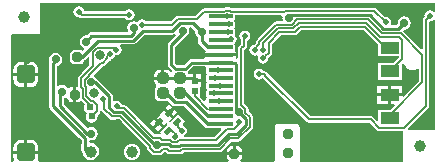
<source format=gbl>
G04 Layer_Physical_Order=2*
G04 Layer_Color=16711680*
%FSLAX25Y25*%
%MOIN*%
G70*
G01*
G75*
%ADD12C,0.00598*%
%ADD13C,0.00984*%
G04:AMPARAMS|DCode=52|XSize=31.5mil|YSize=31.5mil|CornerRadius=7.87mil|HoleSize=0mil|Usage=FLASHONLY|Rotation=0.000|XOffset=0mil|YOffset=0mil|HoleType=Round|Shape=RoundedRectangle|*
%AMROUNDEDRECTD52*
21,1,0.03150,0.01575,0,0,0.0*
21,1,0.01575,0.03150,0,0,0.0*
1,1,0.01575,0.00787,-0.00787*
1,1,0.01575,-0.00787,-0.00787*
1,1,0.01575,-0.00787,0.00787*
1,1,0.01575,0.00787,0.00787*
%
%ADD52ROUNDEDRECTD52*%
%ADD53C,0.03150*%
G04:AMPARAMS|DCode=54|XSize=31.5mil|YSize=31.5mil|CornerRadius=7.87mil|HoleSize=0mil|Usage=FLASHONLY|Rotation=90.000|XOffset=0mil|YOffset=0mil|HoleType=Round|Shape=RoundedRectangle|*
%AMROUNDEDRECTD54*
21,1,0.03150,0.01575,0,0,90.0*
21,1,0.01575,0.03150,0,0,90.0*
1,1,0.01575,0.00787,0.00787*
1,1,0.01575,0.00787,-0.00787*
1,1,0.01575,-0.00787,-0.00787*
1,1,0.01575,-0.00787,0.00787*
%
%ADD54ROUNDEDRECTD54*%
%ADD55C,0.03937*%
G04:AMPARAMS|DCode=56|XSize=62.99mil|YSize=62.99mil|CornerRadius=15.75mil|HoleSize=0mil|Usage=FLASHONLY|Rotation=0.000|XOffset=0mil|YOffset=0mil|HoleType=Round|Shape=RoundedRectangle|*
%AMROUNDEDRECTD56*
21,1,0.06299,0.03150,0,0,0.0*
21,1,0.03150,0.06299,0,0,0.0*
1,1,0.03150,0.01575,-0.01575*
1,1,0.03150,-0.01575,-0.01575*
1,1,0.03150,-0.01575,0.01575*
1,1,0.03150,0.01575,0.01575*
%
%ADD56ROUNDEDRECTD56*%
%ADD57C,0.02756*%
%ADD58C,0.02441*%
%ADD59C,0.01969*%
G04:AMPARAMS|DCode=60|XSize=25.2mil|YSize=17.72mil|CornerRadius=0mil|HoleSize=0mil|Usage=FLASHONLY|Rotation=225.000|XOffset=0mil|YOffset=0mil|HoleType=Round|Shape=Rectangle|*
%AMROTATEDRECTD60*
4,1,4,0.00265,0.01517,0.01517,0.00265,-0.00265,-0.01517,-0.01517,-0.00265,0.00265,0.01517,0.0*
%
%ADD60ROTATEDRECTD60*%

G04:AMPARAMS|DCode=61|XSize=82.68mil|YSize=13.78mil|CornerRadius=3.45mil|HoleSize=0mil|Usage=FLASHONLY|Rotation=180.000|XOffset=0mil|YOffset=0mil|HoleType=Round|Shape=RoundedRectangle|*
%AMROUNDEDRECTD61*
21,1,0.08268,0.00689,0,0,180.0*
21,1,0.07579,0.01378,0,0,180.0*
1,1,0.00689,-0.03789,0.00345*
1,1,0.00689,0.03789,0.00345*
1,1,0.00689,0.03789,-0.00345*
1,1,0.00689,-0.03789,-0.00345*
%
%ADD61ROUNDEDRECTD61*%
%ADD62R,0.06299X0.03937*%
%ADD63R,0.02165X0.02362*%
G04:AMPARAMS|DCode=64|XSize=37.4mil|YSize=37.4mil|CornerRadius=9.35mil|HoleSize=0mil|Usage=FLASHONLY|Rotation=0.000|XOffset=0mil|YOffset=0mil|HoleType=Round|Shape=RoundedRectangle|*
%AMROUNDEDRECTD64*
21,1,0.03740,0.01870,0,0,0.0*
21,1,0.01870,0.03740,0,0,0.0*
1,1,0.01870,0.00935,-0.00935*
1,1,0.01870,-0.00935,-0.00935*
1,1,0.01870,-0.00935,0.00935*
1,1,0.01870,0.00935,0.00935*
%
%ADD64ROUNDEDRECTD64*%
G36*
X65807Y-22490D02*
X65808Y-22533D01*
X65727Y-22943D01*
Y-23632D01*
X65814Y-24073D01*
X66065Y-24448D01*
Y-24686D01*
X65814Y-25060D01*
X65727Y-25502D01*
Y-26191D01*
X65814Y-26632D01*
X65897Y-26756D01*
X66024Y-27126D01*
X65897Y-27496D01*
X65814Y-27619D01*
X65727Y-28061D01*
Y-28750D01*
X65814Y-29192D01*
X66065Y-29566D01*
Y-29804D01*
X65814Y-30178D01*
X65727Y-30620D01*
Y-31309D01*
X65814Y-31751D01*
X65897Y-31874D01*
X66024Y-32244D01*
X65897Y-32614D01*
X65814Y-32737D01*
X65727Y-33179D01*
Y-33318D01*
X65227Y-33525D01*
X64197Y-32495D01*
X63976Y-32087D01*
X63976D01*
X63976Y-32087D01*
Y-28953D01*
X64189D01*
Y-27272D01*
X62106D01*
Y-26772D01*
X61606D01*
Y-24590D01*
X60440D01*
X59980Y-24479D01*
X59980Y-24479D01*
X59943Y-24294D01*
X59943Y-24294D01*
X59870Y-23767D01*
X61603Y-22033D01*
X65526D01*
X65807Y-22490D01*
D02*
G37*
G36*
X141803Y-6403D02*
X142224Y-6551D01*
Y-43214D01*
X133249Y-43281D01*
X133040Y-42783D01*
X139938Y-35885D01*
X140179Y-35526D01*
X140263Y-35102D01*
Y-7071D01*
X140460Y-6910D01*
X141151Y-6772D01*
X141724Y-6389D01*
X141803Y-6403D01*
D02*
G37*
G36*
X55762Y-11452D02*
X55797Y-11569D01*
X53399Y-13967D01*
X53116Y-14390D01*
X53017Y-14889D01*
Y-21397D01*
X53116Y-21896D01*
X53399Y-22320D01*
X54568Y-23489D01*
X54456Y-23760D01*
X53900Y-23794D01*
X53807Y-23654D01*
X53167Y-23226D01*
X52412Y-23076D01*
X51976D01*
Y-25984D01*
X51476D01*
Y-26484D01*
X48568D01*
Y-26919D01*
X48719Y-27674D01*
X49107Y-28256D01*
X49300Y-28729D01*
X48919Y-29298D01*
X48785Y-29970D01*
Y-31841D01*
X48919Y-32513D01*
X49300Y-33082D01*
X49869Y-33463D01*
X50541Y-33597D01*
X52412D01*
X53083Y-33463D01*
X53116Y-33441D01*
X53229Y-33554D01*
X53298Y-33600D01*
X54488Y-34790D01*
X54911Y-35073D01*
X55410Y-35172D01*
X58623D01*
X65574Y-42123D01*
X65997Y-42406D01*
X66189Y-42444D01*
X66439Y-42611D01*
X66881Y-42699D01*
X70779D01*
X70970Y-43161D01*
X68576Y-45555D01*
X58636D01*
X58391Y-45092D01*
X58397Y-45055D01*
X58955Y-44683D01*
X59346Y-44097D01*
X59483Y-43406D01*
X59346Y-42714D01*
X58955Y-42128D01*
X58368Y-41737D01*
X58169Y-41697D01*
X58005Y-41155D01*
X58901Y-40258D01*
X56535Y-37892D01*
X53813Y-40613D01*
X53718Y-40611D01*
X53591Y-40440D01*
X53518Y-40151D01*
X54355Y-39314D01*
X53022Y-37981D01*
X51688Y-36647D01*
X50539Y-37796D01*
X50490Y-37747D01*
X49246Y-38991D01*
X50579Y-40325D01*
X51913Y-41658D01*
X52711Y-40860D01*
X52717Y-40856D01*
X52761Y-40860D01*
X52866Y-41012D01*
X52948Y-41380D01*
X50490Y-43838D01*
X50884Y-44232D01*
X50638Y-44693D01*
X50435Y-44653D01*
X48777D01*
X39239Y-35115D01*
X38880Y-34875D01*
X38456Y-34791D01*
X37743D01*
X37694Y-34547D01*
X37303Y-33961D01*
X36717Y-33569D01*
X36025Y-33432D01*
X35377Y-33560D01*
X35254Y-33545D01*
X34877Y-33344D01*
Y-32011D01*
X34778Y-31512D01*
X34495Y-31089D01*
X29847Y-26441D01*
X29485Y-26199D01*
X29220Y-25802D01*
X28575Y-25372D01*
X28407Y-24834D01*
X31351Y-21889D01*
X31536D01*
X31960Y-21805D01*
X32320Y-21565D01*
X33769Y-20115D01*
X34009Y-19756D01*
X34027Y-19667D01*
X34451Y-19582D01*
X35037Y-19191D01*
X35429Y-18605D01*
X35517Y-18162D01*
X35925Y-18243D01*
X36617Y-18106D01*
X37203Y-17714D01*
X37594Y-17128D01*
X37732Y-16437D01*
X37594Y-15746D01*
X37223Y-15190D01*
X37259Y-15026D01*
X37400Y-14690D01*
X41437D01*
X41936Y-14591D01*
X42360Y-14308D01*
X45216Y-11452D01*
X54540D01*
X55039Y-11353D01*
X55183Y-11256D01*
X55762Y-11452D01*
D02*
G37*
G36*
X142224Y-3655D02*
X141803Y-3803D01*
X141724Y-3818D01*
X141151Y-3434D01*
X140460Y-3297D01*
X139768Y-3434D01*
X139182Y-3826D01*
X138791Y-4412D01*
X138653Y-5103D01*
X138693Y-5303D01*
X138372Y-5624D01*
X138131Y-5984D01*
X138047Y-6408D01*
Y-16142D01*
X137585Y-16333D01*
X131636Y-10384D01*
X131620Y-10242D01*
X131896Y-9787D01*
X132741Y-9619D01*
X133457Y-9140D01*
X133936Y-8424D01*
X134104Y-7579D01*
X133936Y-6734D01*
X133457Y-6018D01*
X132741Y-5539D01*
X131896Y-5371D01*
X131051Y-5539D01*
X130335Y-6018D01*
X129857Y-6734D01*
X129688Y-7579D01*
X129747Y-7876D01*
X129332Y-8292D01*
X127708D01*
X127400Y-7792D01*
X127501Y-7284D01*
X127364Y-6593D01*
X126972Y-6007D01*
X126386Y-5615D01*
X125695Y-5477D01*
X125495Y-5517D01*
X122725Y-2747D01*
X122365Y-2507D01*
X121941Y-2422D01*
X92126D01*
X91702Y-2507D01*
X91446Y-2678D01*
X74530D01*
X74500Y-2648D01*
X74141Y-2408D01*
X73717Y-2324D01*
X72157D01*
X71732Y-2408D01*
X71373Y-2648D01*
X71344Y-2678D01*
X65292D01*
X64868Y-2762D01*
X64509Y-3002D01*
X62384Y-5127D01*
X56431D01*
X56007Y-5212D01*
X55648Y-5452D01*
X54137Y-6963D01*
X45977D01*
X45864Y-6794D01*
X45278Y-6402D01*
X44587Y-6265D01*
X43895Y-6402D01*
X43309Y-6794D01*
X42936Y-7353D01*
X42579Y-7114D01*
X41734Y-6946D01*
X40889Y-7114D01*
X40173Y-7593D01*
X39695Y-8309D01*
X39527Y-9154D01*
X39695Y-9999D01*
X39733Y-10056D01*
X39497Y-10497D01*
X27667D01*
X27168Y-10596D01*
X26744Y-10879D01*
X26041Y-11583D01*
X25984Y-11572D01*
X25139Y-11740D01*
X24423Y-12218D01*
X23945Y-12935D01*
X23776Y-13780D01*
X23945Y-14624D01*
X24423Y-15341D01*
X25045Y-15756D01*
X25204Y-16303D01*
X24721Y-16786D01*
X24335Y-16528D01*
X23720Y-16406D01*
X22146D01*
X21531Y-16528D01*
X21010Y-16876D01*
X20662Y-17397D01*
X20540Y-18012D01*
Y-19587D01*
X20662Y-20201D01*
X21010Y-20722D01*
X21531Y-21070D01*
X22146Y-21192D01*
X23720D01*
X24335Y-21070D01*
X24856Y-20722D01*
X25204Y-20201D01*
X25272Y-19858D01*
X25476Y-19722D01*
X26468Y-18730D01*
X26930Y-18921D01*
Y-21482D01*
X24734Y-23678D01*
X24494Y-24037D01*
X24491Y-24049D01*
X23400Y-25141D01*
X23160Y-25500D01*
X23075Y-25924D01*
Y-28671D01*
X22933Y-28788D01*
X22646D01*
Y-31398D01*
Y-34007D01*
X22933D01*
X23630Y-33869D01*
X24181Y-33501D01*
X25377Y-34696D01*
X25275Y-34848D01*
X25120Y-35632D01*
X25275Y-36415D01*
X25719Y-37079D01*
X26198Y-37399D01*
X25864Y-37898D01*
X25709Y-38681D01*
X25864Y-39465D01*
X26308Y-40129D01*
X26972Y-40573D01*
X27756Y-40728D01*
X28539Y-40573D01*
X29204Y-40129D01*
X29647Y-39465D01*
X29803Y-38681D01*
X29731Y-38320D01*
X30267Y-37785D01*
X30507Y-37426D01*
X30591Y-37002D01*
Y-36876D01*
X31091Y-36725D01*
X31191Y-36875D01*
X33806Y-39489D01*
X34165Y-39729D01*
X34589Y-39814D01*
X36869D01*
X46027Y-48972D01*
Y-49174D01*
X46111Y-49598D01*
X46351Y-49957D01*
X47685Y-51291D01*
X48045Y-51531D01*
X48469Y-51616D01*
X50355D01*
X50779Y-51531D01*
X51139Y-51291D01*
X51857Y-50573D01*
X52378D01*
X52669Y-50863D01*
X53028Y-51104D01*
X53452Y-51188D01*
X57318D01*
X57742Y-51104D01*
X58101Y-50863D01*
X58411Y-50554D01*
X70460D01*
X70884Y-50469D01*
X71244Y-50229D01*
X74408Y-47065D01*
X76604D01*
X77027Y-46981D01*
X77387Y-46741D01*
X81259Y-42869D01*
X81499Y-42509D01*
X81583Y-42085D01*
Y-39017D01*
X81499Y-38593D01*
X81259Y-38234D01*
X80062Y-37037D01*
Y-36362D01*
X79978Y-35938D01*
X79738Y-35578D01*
X78667Y-34508D01*
Y-16394D01*
X79228Y-15833D01*
X79468Y-15474D01*
X79553Y-15050D01*
Y-13500D01*
X80021Y-13187D01*
X80413Y-12601D01*
X80550Y-11910D01*
X80413Y-11219D01*
X80021Y-10633D01*
X79435Y-10241D01*
X78744Y-10104D01*
X78053Y-10241D01*
X77467Y-10633D01*
X77075Y-11219D01*
X76938Y-11910D01*
X77075Y-12601D01*
X77337Y-12993D01*
Y-14591D01*
X76776Y-15152D01*
X76535Y-15511D01*
X76451Y-15935D01*
Y-19248D01*
X75962Y-19523D01*
X75962Y-19523D01*
X75704Y-19070D01*
X75726Y-19038D01*
X75799Y-18669D01*
X70670D01*
X65541D01*
X65591Y-18924D01*
X65316Y-19424D01*
X61063D01*
X60564Y-19523D01*
X60141Y-19806D01*
X58407Y-21540D01*
X56309D01*
X55626Y-20857D01*
Y-15429D01*
X59005Y-12050D01*
X59592Y-11658D01*
X60070Y-10942D01*
X60091Y-10840D01*
X60122Y-10793D01*
X60221Y-10294D01*
X60210Y-10239D01*
X60238Y-10097D01*
X60106Y-9431D01*
X60412Y-8931D01*
X60928D01*
X62324Y-10328D01*
X62264Y-10630D01*
X62432Y-11475D01*
X62910Y-12192D01*
X63167Y-12363D01*
Y-13546D01*
X63266Y-14045D01*
X63549Y-14468D01*
X65588Y-16507D01*
X65614Y-16535D01*
X65691Y-17186D01*
X65614Y-17300D01*
X65541Y-17669D01*
X70670D01*
X75799D01*
X75726Y-17300D01*
X75429Y-16855D01*
X75283Y-16759D01*
X75525Y-16396D01*
X75613Y-15955D01*
Y-15266D01*
X75525Y-14824D01*
X75290Y-14472D01*
X75592Y-14270D01*
X75984Y-13684D01*
X76121Y-12993D01*
X75984Y-12302D01*
X75592Y-11716D01*
X75344Y-11550D01*
X75525Y-11278D01*
X75613Y-10837D01*
Y-10148D01*
X75525Y-9706D01*
X75443Y-9583D01*
X75316Y-9213D01*
X75443Y-8842D01*
X75525Y-8719D01*
X75613Y-8277D01*
Y-7588D01*
X75525Y-7147D01*
X75275Y-6773D01*
Y-6534D01*
X75525Y-6160D01*
X75613Y-5719D01*
Y-5029D01*
X75725Y-4894D01*
X90973D01*
X91383Y-5394D01*
X91301Y-5807D01*
X91444Y-6527D01*
X91163Y-7027D01*
X89279D01*
X88855Y-7111D01*
X88495Y-7351D01*
X82865Y-12982D01*
X82625Y-13341D01*
X82540Y-13765D01*
Y-14220D01*
X81894Y-14866D01*
X81395Y-14965D01*
X80809Y-15357D01*
X80418Y-15943D01*
X80280Y-16634D01*
X80418Y-17325D01*
X80809Y-17911D01*
X81395Y-18303D01*
X82087Y-18440D01*
X82770Y-18304D01*
X82897Y-18392D01*
X83056Y-18511D01*
X83165Y-18646D01*
X83036Y-19291D01*
X83174Y-19983D01*
X83565Y-20569D01*
X84151Y-20960D01*
X84842Y-21098D01*
X85534Y-20960D01*
X86120Y-20569D01*
X86511Y-19983D01*
X86649Y-19291D01*
X86611Y-19101D01*
X87514Y-18198D01*
X87754Y-17839D01*
X87838Y-17415D01*
Y-14532D01*
X90730Y-11639D01*
X95394D01*
X95818Y-11555D01*
X96178Y-11315D01*
X97625Y-9868D01*
X118340D01*
X123130Y-14657D01*
Y-18504D01*
X130040D01*
X130118Y-19004D01*
X128256Y-20866D01*
X123130D01*
Y-26378D01*
X131004D01*
Y-21294D01*
X131386Y-20967D01*
X131864Y-21099D01*
X132079Y-21618D01*
X132568Y-22255D01*
X133205Y-22744D01*
X133948Y-23052D01*
X134744Y-23156D01*
X135541Y-23052D01*
X136283Y-22744D01*
X136400Y-22654D01*
X136849Y-22875D01*
Y-26895D01*
X131678Y-32065D01*
X131512Y-31996D01*
X127567D01*
Y-34465D01*
X128626D01*
X128817Y-34927D01*
X127129Y-36614D01*
X123130D01*
Y-39876D01*
X122668Y-40067D01*
X121483Y-38882D01*
X121124Y-38642D01*
X120700Y-38557D01*
X100656D01*
X86709Y-24610D01*
X86701Y-24605D01*
X85946Y-23850D01*
X85586Y-23610D01*
X85162Y-23526D01*
X84904D01*
X84791Y-23356D01*
X84205Y-22965D01*
X83513Y-22827D01*
X82822Y-22965D01*
X82236Y-23356D01*
X81845Y-23942D01*
X81707Y-24633D01*
X81845Y-25325D01*
X82236Y-25911D01*
X82822Y-26302D01*
X83513Y-26440D01*
X84205Y-26302D01*
X84791Y-25911D01*
X85175Y-26210D01*
X99413Y-40449D01*
X99773Y-40689D01*
X100197Y-40773D01*
X120241D01*
X122682Y-43214D01*
X123041Y-43454D01*
X123465Y-43539D01*
X131398D01*
Y-53838D01*
X97146D01*
Y-42982D01*
X97029Y-42398D01*
X96801Y-41848D01*
X96470Y-41352D01*
X96260Y-41142D01*
X89704D01*
X89379Y-41206D01*
X89073Y-41333D01*
X88798Y-41517D01*
X88681Y-41634D01*
Y-53316D01*
X88686Y-53338D01*
X88389Y-53785D01*
X88301Y-53838D01*
X77401D01*
X77249Y-53338D01*
X77371Y-53257D01*
X77766Y-52666D01*
X77905Y-51968D01*
Y-51681D01*
X72685D01*
Y-51968D01*
X72824Y-52666D01*
X73219Y-53257D01*
X73341Y-53338D01*
X73189Y-53838D01*
X10008D01*
X9724Y-53338D01*
X9890Y-52936D01*
X9979Y-52264D01*
Y-51189D01*
X1635D01*
Y-52264D01*
X1724Y-52936D01*
X1891Y-53338D01*
X1606Y-53838D01*
X708D01*
Y-33061D01*
X835Y-11564D01*
X1193Y-11220D01*
X1338Y-11220D01*
X10335D01*
Y-1484D01*
X10335Y-984D01*
X10835Y-984D01*
X142224D01*
Y-3655D01*
D02*
G37*
%LPC*%
G36*
X62606Y-24590D02*
Y-26272D01*
X64189D01*
Y-24590D01*
X62606D01*
D02*
G37*
G36*
X50226Y-41386D02*
X48981Y-42630D01*
X49961Y-43610D01*
X51205Y-42366D01*
X50226Y-41386D01*
D02*
G37*
G36*
X48539Y-39699D02*
X47294Y-40943D01*
X48274Y-41923D01*
X49518Y-40679D01*
X48539Y-39699D01*
D02*
G37*
G36*
X53640Y-34696D02*
X52395Y-35940D01*
X53375Y-36920D01*
X54620Y-35676D01*
X53640Y-34696D01*
D02*
G37*
G36*
X55327Y-36383D02*
X54082Y-37627D01*
X55062Y-38607D01*
X56307Y-37363D01*
X55327Y-36383D01*
D02*
G37*
G36*
X50976Y-23076D02*
X50541D01*
X49786Y-23226D01*
X49146Y-23654D01*
X48719Y-24294D01*
X48568Y-25049D01*
Y-25484D01*
X50976D01*
Y-23076D01*
D02*
G37*
G36*
X74795Y-48571D02*
X74508D01*
X73810Y-48710D01*
X73219Y-49105D01*
X72824Y-49696D01*
X72685Y-50394D01*
Y-50681D01*
X74795D01*
Y-48571D01*
D02*
G37*
G36*
X41142Y-47712D02*
X40422Y-47807D01*
X39752Y-48085D01*
X39176Y-48527D01*
X38734Y-49102D01*
X38457Y-49773D01*
X38362Y-50492D01*
X38457Y-51212D01*
X38734Y-51882D01*
X39176Y-52458D01*
X39752Y-52899D01*
X40422Y-53177D01*
X41142Y-53272D01*
X41861Y-53177D01*
X42531Y-52899D01*
X43107Y-52458D01*
X43549Y-51882D01*
X43827Y-51212D01*
X43921Y-50492D01*
X43827Y-49773D01*
X43549Y-49102D01*
X43107Y-48527D01*
X42531Y-48085D01*
X41861Y-47807D01*
X41142Y-47712D01*
D02*
G37*
G36*
X76083Y-48571D02*
X75795D01*
Y-50681D01*
X77905D01*
Y-50394D01*
X77766Y-49696D01*
X77371Y-49105D01*
X76780Y-48710D01*
X76083Y-48571D01*
D02*
G37*
G36*
X7382Y-46517D02*
X6307D01*
Y-50189D01*
X9979D01*
Y-49114D01*
X9890Y-48442D01*
X9631Y-47816D01*
X9218Y-47278D01*
X8680Y-46865D01*
X8054Y-46606D01*
X7382Y-46517D01*
D02*
G37*
G36*
X5307D02*
X4232D01*
X3560Y-46606D01*
X2934Y-46865D01*
X2396Y-47278D01*
X1983Y-47816D01*
X1724Y-48442D01*
X1635Y-49114D01*
Y-50189D01*
X5307D01*
Y-46517D01*
D02*
G37*
G36*
X126567Y-31996D02*
X122917D01*
Y-34465D01*
X126567D01*
Y-31996D01*
D02*
G37*
G36*
X9979Y-25205D02*
X6307D01*
Y-28877D01*
X7382D01*
X8054Y-28788D01*
X8680Y-28529D01*
X9218Y-28116D01*
X9631Y-27578D01*
X9890Y-26952D01*
X9979Y-26280D01*
Y-25205D01*
D02*
G37*
G36*
X7382Y-20533D02*
X6307D01*
Y-24205D01*
X9979D01*
Y-23130D01*
X9890Y-22458D01*
X9631Y-21831D01*
X9218Y-21294D01*
X8680Y-20881D01*
X8054Y-20621D01*
X7382Y-20533D01*
D02*
G37*
G36*
X5307D02*
X4232D01*
X3560Y-20621D01*
X2934Y-20881D01*
X2396Y-21294D01*
X1983Y-21831D01*
X1724Y-22458D01*
X1635Y-23130D01*
Y-24205D01*
X5307D01*
Y-20533D01*
D02*
G37*
G36*
X23425Y-1934D02*
X22734Y-2071D01*
X22148Y-2463D01*
X21756Y-3049D01*
X21619Y-3740D01*
X21756Y-4431D01*
X22148Y-5017D01*
X22734Y-5409D01*
X23425Y-5547D01*
X23625Y-5507D01*
X23626Y-5508D01*
X23986Y-5748D01*
X24409Y-5832D01*
X38865D01*
X38979Y-6002D01*
X39565Y-6393D01*
X40256Y-6531D01*
X40947Y-6393D01*
X41533Y-6002D01*
X41925Y-5416D01*
X42062Y-4724D01*
X41925Y-4033D01*
X41533Y-3447D01*
X40947Y-3056D01*
X40256Y-2918D01*
X39565Y-3056D01*
X38979Y-3447D01*
X38865Y-3616D01*
X25207D01*
X25094Y-3049D01*
X24702Y-2463D01*
X24116Y-2071D01*
X23425Y-1934D01*
D02*
G37*
G36*
X15680Y-17471D02*
X14836Y-17639D01*
X14119Y-18117D01*
X13641Y-18833D01*
X13473Y-19678D01*
X13622Y-20432D01*
X13549Y-20800D01*
Y-35204D01*
X13648Y-35704D01*
X13931Y-36127D01*
X24325Y-46521D01*
Y-49911D01*
X24424Y-50410D01*
X24624Y-50709D01*
X24677Y-51113D01*
X24955Y-51784D01*
X25397Y-52359D01*
X25972Y-52801D01*
X26643Y-53079D01*
X27362Y-53173D01*
X28082Y-53079D01*
X28752Y-52801D01*
X29328Y-52359D01*
X29769Y-51784D01*
X30047Y-51113D01*
X30142Y-50394D01*
X30047Y-49674D01*
X29769Y-49004D01*
X29328Y-48428D01*
X28752Y-47987D01*
X28082Y-47709D01*
X27362Y-47614D01*
X26986Y-47275D01*
X26990Y-46887D01*
X27385Y-46565D01*
X27560Y-46600D01*
X28405Y-46432D01*
X29122Y-45953D01*
X29600Y-45237D01*
X29768Y-44392D01*
X29600Y-43547D01*
X29122Y-42831D01*
X28405Y-42352D01*
X27560Y-42184D01*
X26715Y-42352D01*
X26339Y-42604D01*
X18431Y-34696D01*
Y-32500D01*
X18658Y-32455D01*
X19041Y-32199D01*
X19095Y-32197D01*
X19586Y-32436D01*
X19675Y-32882D01*
X20070Y-33474D01*
X20661Y-33869D01*
X21358Y-34007D01*
X21646D01*
Y-31398D01*
Y-28788D01*
X21358D01*
X20661Y-28927D01*
X20070Y-29322D01*
X19578Y-29158D01*
X19375Y-28854D01*
X18658Y-28375D01*
X17813Y-28207D01*
X16969Y-28375D01*
X16658Y-28583D01*
X16158Y-28315D01*
Y-21791D01*
X16525Y-21718D01*
X17242Y-21239D01*
X17720Y-20523D01*
X17888Y-19678D01*
X17720Y-18833D01*
X17242Y-18117D01*
X16525Y-17639D01*
X15680Y-17471D01*
D02*
G37*
G36*
X126567Y-28528D02*
X122917D01*
Y-30996D01*
X126567D01*
Y-28528D01*
D02*
G37*
G36*
X5307Y-25205D02*
X1635D01*
Y-26280D01*
X1724Y-26952D01*
X1983Y-27578D01*
X2396Y-28116D01*
X2934Y-28529D01*
X3560Y-28788D01*
X4232Y-28877D01*
X5307D01*
Y-25205D01*
D02*
G37*
G36*
X131217Y-28528D02*
X127567D01*
Y-30996D01*
X131217D01*
Y-28528D01*
D02*
G37*
%LPD*%
D12*
X32986Y-18688D02*
X33760Y-17913D01*
X32986Y-19332D02*
Y-18688D01*
X31536Y-20781D02*
X32986Y-19332D01*
X30892Y-20781D02*
X31536D01*
X26716Y-24958D02*
X30892Y-20781D01*
X28038Y-21941D02*
Y-17282D01*
X25517Y-24461D02*
X28038Y-21941D01*
X25517Y-24590D02*
Y-24461D01*
X24183Y-25924D02*
X25517Y-24590D01*
X26716Y-25086D02*
Y-24958D01*
X25382Y-26420D02*
X26716Y-25086D01*
X25382Y-28405D02*
Y-26420D01*
X25971Y-32029D02*
Y-28995D01*
X25382Y-28405D02*
X25971Y-28995D01*
X27167Y-35632D02*
Y-34919D01*
X24183Y-28902D02*
Y-25924D01*
Y-28902D02*
X24772Y-29491D01*
Y-32525D02*
Y-29491D01*
Y-32525D02*
X27167Y-34919D01*
X25971Y-32029D02*
X27420Y-33478D01*
X28109D02*
X29483Y-34852D01*
X27420Y-33478D02*
X28109D01*
X29483Y-37002D02*
Y-34852D01*
X31220Y-32871D02*
X31496D01*
X31104Y-32987D02*
X31220Y-32871D01*
X28242Y-38243D02*
X29483Y-37002D01*
X31104Y-32987D02*
X31975Y-33858D01*
Y-36091D02*
Y-33858D01*
Y-36091D02*
X34589Y-38706D01*
X35321Y-15833D02*
X35925Y-16437D01*
X28038Y-17282D02*
X29487Y-15833D01*
X35321D01*
X90272Y-10531D02*
X95394D01*
X86730Y-14073D02*
X90272Y-10531D01*
X86730Y-17415D02*
Y-14073D01*
X89775Y-9333D02*
X94898D01*
X84847Y-14262D02*
X89775Y-9333D01*
X89279Y-8135D02*
X94402D01*
X83648Y-13765D02*
X89279Y-8135D01*
X94402D02*
X96173Y-6363D01*
X94898Y-9333D02*
X96670Y-7561D01*
X95394Y-10531D02*
X97166Y-8760D01*
X121941Y-3530D02*
X125695Y-7284D01*
X92126Y-3530D02*
X121941D01*
X119792Y-6363D02*
X124417Y-10988D01*
X119296Y-7561D02*
X123920Y-12186D01*
X96173Y-6363D02*
X119792D01*
X96670Y-7561D02*
X119296D01*
X118799Y-8760D02*
X125787Y-15748D01*
X97166Y-8760D02*
X118799D01*
X74071Y-3786D02*
X91870D01*
X92126Y-3530D01*
X65292Y-3786D02*
X71803D01*
X62842Y-6235D02*
X65292Y-3786D01*
X73717Y-3432D02*
X74071Y-3786D01*
X72157Y-3432D02*
X73717D01*
X71803Y-3786D02*
X72157Y-3432D01*
X24409Y-4724D02*
X40256D01*
X23425Y-3740D02*
X24409Y-4724D01*
X48469Y-50508D02*
X50355D01*
X36095Y-35898D02*
X38456D01*
X48318Y-45761D01*
X47135Y-49174D02*
X48469Y-50508D01*
X47135Y-49174D02*
Y-48513D01*
X37328Y-38706D02*
X47135Y-48513D01*
X48318Y-45761D02*
X50435D01*
X34589Y-38706D02*
X37328D01*
X36025Y-35829D02*
X36095Y-35898D01*
X36025Y-35829D02*
X36219Y-35635D01*
X67165Y-13091D02*
X73822D01*
X76772Y-41265D02*
Y-40551D01*
X75054Y-42982D02*
X76772Y-41265D01*
X139155Y-6408D02*
X140460Y-5103D01*
X85923Y-25394D02*
X85925D01*
X100197Y-39665D01*
X51321Y-46646D02*
X53954D01*
X50435Y-45761D02*
X51321Y-46646D01*
X55385Y-45414D02*
X55669D01*
X56467Y-42196D02*
X57677Y-43406D01*
X56467Y-42196D02*
Y-40326D01*
X54378Y-43377D02*
X56042Y-45041D01*
X55669Y-45414D02*
X56042Y-45041D01*
X53318Y-43377D02*
X54378D01*
X120700Y-39665D02*
X123465Y-42431D01*
X100197Y-39665D02*
X120700D01*
X68704Y-25889D02*
Y-25887D01*
X66217Y-36083D02*
X66536D01*
X70474Y-33268D02*
X70730Y-33524D01*
X70240Y-33502D02*
X70474Y-33268D01*
X68704Y-5568D02*
Y-5414D01*
X70240Y-33573D02*
Y-33502D01*
X68466Y-30964D02*
X68507Y-31005D01*
X67705Y-7984D02*
X67706Y-7983D01*
X67655Y-7933D02*
X67704Y-7983D01*
X67705Y-7984D01*
X67704Y-7983D02*
X67706D01*
X67706D01*
X67176D02*
X67704D01*
X131826Y-42431D02*
X139155Y-35102D01*
Y-6408D01*
X123465Y-42431D02*
X131826D01*
X72716Y-42982D02*
X75054D01*
X69035Y-46663D02*
X72716Y-42982D01*
X44587Y-8071D02*
X54596D01*
X56431Y-6235D01*
X62842D01*
X62008Y-31873D02*
Y-30118D01*
Y-31873D02*
X66217Y-36083D01*
X56816Y-46646D02*
X56832Y-46663D01*
X69035D01*
X56165Y-47297D02*
X56816Y-46646D01*
X54605Y-47297D02*
X56165D01*
X53954Y-46646D02*
X54605Y-47297D01*
X73949Y-45957D02*
X76604D01*
X70460Y-49446D02*
X73949Y-45957D01*
X57952Y-49446D02*
X70460D01*
X53452Y-50080D02*
X57318D01*
X52801Y-49429D02*
X53452Y-50080D01*
X51434Y-49429D02*
X52801D01*
X50355Y-50508D02*
X51434Y-49429D01*
X57318Y-50080D02*
X57952Y-49446D01*
X76604Y-45957D02*
X80476Y-42085D01*
Y-39017D01*
X78954Y-37495D02*
X80476Y-39017D01*
X78954Y-37495D02*
Y-36362D01*
X127067Y-23622D02*
X131282Y-19407D01*
X127067Y-38243D02*
X137957Y-27354D01*
X125787Y-15748D02*
X127067D01*
Y-39370D02*
Y-38243D01*
X85162Y-24633D02*
X85923Y-25394D01*
X70276Y-28294D02*
X70437Y-28455D01*
X83465Y-24585D02*
X83513Y-24633D01*
X85162D01*
X85627Y-18518D02*
X86730Y-17415D01*
X85616Y-18518D02*
X85627D01*
X77559Y-34967D02*
X78954Y-36362D01*
X77559Y-34967D02*
Y-15935D01*
X78445Y-15050D01*
X124417Y-10988D02*
X130673D01*
X137957Y-18272D01*
Y-27354D02*
Y-18272D01*
X123920Y-12186D02*
X130176D01*
X131282Y-13292D01*
Y-19407D02*
Y-13292D01*
X78445Y-15050D02*
Y-12303D01*
X78744Y-11709D02*
X78839Y-11614D01*
X78744Y-11910D02*
Y-11709D01*
X78445Y-12303D02*
X78744Y-12004D01*
Y-11910D01*
X83648Y-14679D02*
Y-13765D01*
X84847Y-16635D02*
Y-14262D01*
X84842Y-19291D02*
X85616Y-18518D01*
X81693Y-16634D02*
X83648Y-14679D01*
D13*
X61063Y-20728D02*
X66536D01*
X58947Y-22844D02*
X61063Y-20728D01*
X55768Y-22844D02*
X58947D01*
X33572Y-35721D02*
Y-32011D01*
Y-35721D02*
X35165Y-37314D01*
X28925Y-27363D02*
X33572Y-32011D01*
X27659Y-27363D02*
X28925D01*
X25689Y-13780D02*
X27667Y-11802D01*
X120368Y-4972D02*
X124993Y-9596D01*
X93508Y-5807D02*
X94344Y-4972D01*
X120368D01*
X41734Y-10848D02*
Y-9154D01*
X41437Y-13386D02*
X44676Y-10147D01*
X40781Y-11802D02*
X41734Y-10848D01*
X29967Y-13386D02*
X41437D01*
X24553Y-18799D02*
X29967Y-13386D01*
X22933Y-18799D02*
X24553D01*
X27667Y-11802D02*
X40781D01*
X35165Y-37314D02*
X37904D01*
X48820Y-48231D02*
X49412D01*
X37904Y-37314D02*
X48820Y-48231D01*
X66536Y-15610D02*
X66536D01*
X76027Y-44566D02*
X79084Y-41509D01*
X73372Y-44566D02*
X76027D01*
X79084Y-41509D02*
Y-39593D01*
X76796Y-37305D02*
X79084Y-39593D01*
X76677Y-37305D02*
X76796D01*
X71909Y-38642D02*
X71949Y-38681D01*
X129872Y-9596D02*
X131889Y-7579D01*
X131896D01*
X124993Y-9596D02*
X129872D01*
X26304Y-49237D02*
X26304D01*
X25629Y-49911D02*
X26304Y-49237D01*
X50226Y-40678D02*
X50562D01*
X62992Y-17697D02*
X63465Y-18169D01*
X66536D01*
X64472Y-13546D02*
X66536Y-15610D01*
X64472Y-13546D02*
Y-10630D01*
X44676Y-10147D02*
X54540D01*
X75896Y-36524D02*
X76677Y-37305D01*
X54321Y-21397D02*
X55768Y-22844D01*
X54321Y-21397D02*
Y-14889D01*
X54540Y-10147D02*
X55561Y-9126D01*
Y-9074D01*
X57008Y-7627D02*
X61468D01*
X55561Y-9074D02*
X57008Y-7627D01*
X61468D02*
X64472Y-10630D01*
X57185Y-30906D02*
X58800D01*
X66536Y-38642D01*
X59163Y-33868D02*
X66496Y-41201D01*
X55410Y-33868D02*
X59163D01*
X54174Y-32631D02*
X55410Y-33868D01*
X54151Y-32631D02*
X54174D01*
X52425Y-30906D02*
X54151Y-32631D01*
X51673Y-30906D02*
X52425D01*
X66496Y-41201D02*
X66536D01*
X51673Y-25984D02*
X57185D01*
X61221D01*
X62008Y-26772D01*
X57376Y-48054D02*
X69884D01*
X54028Y-48689D02*
X56741D01*
X53378Y-48038D02*
X54028Y-48689D01*
X49605Y-48038D02*
X53378D01*
X49412Y-48231D02*
X49605Y-48038D01*
X69884Y-48054D02*
X73372Y-44566D01*
X56741Y-48689D02*
X57376Y-48054D01*
X75463Y-20728D02*
X75896Y-21161D01*
X66536Y-20728D02*
X75463D01*
X75896Y-36524D02*
Y-21161D01*
X54321Y-14889D02*
X58917Y-10294D01*
X22933Y-18799D02*
Y-17815D01*
X26282Y-44392D02*
X27560D01*
X25629Y-49911D02*
Y-45980D01*
X17126Y-35236D02*
X26282Y-44392D01*
X15680Y-19974D02*
Y-19678D01*
X14854Y-20800D02*
X15680Y-19974D01*
X14854Y-35204D02*
X25629Y-45980D01*
X17126Y-35236D02*
Y-30908D01*
X14854Y-35204D02*
Y-20800D01*
X17126Y-30908D02*
X17619Y-30415D01*
X17813D01*
D52*
X93110Y-50984D02*
D03*
X75295Y-51181D02*
D03*
X22146Y-31398D02*
D03*
D53*
X30512Y-18307D02*
D03*
X28445Y-31004D02*
D03*
D54*
X93110Y-44685D02*
D03*
X22933Y-18799D02*
D03*
D55*
X27362Y-50394D02*
D03*
X41142Y-50492D02*
D03*
X137205Y-48425D02*
D03*
X5118Y-5709D02*
D03*
D56*
X5807Y-50689D02*
D03*
Y-24705D02*
D03*
D57*
X51083Y-21358D02*
D03*
X27659Y-27363D02*
D03*
X37008Y-25787D02*
D03*
X41734Y-9154D02*
D03*
X25984Y-13780D02*
D03*
X36417Y-41043D02*
D03*
X23131Y-47049D02*
D03*
X27560Y-44392D02*
D03*
X86910Y-52165D02*
D03*
X11319Y-51083D02*
D03*
X20079Y-51279D02*
D03*
X76677Y-37305D02*
D03*
X62008Y-52264D02*
D03*
X87303Y-45276D02*
D03*
X49412Y-48231D02*
D03*
X81299Y-48228D02*
D03*
X90158Y-22933D02*
D03*
X133760Y-25984D02*
D03*
X135433Y-2657D02*
D03*
X105709Y-13640D02*
D03*
X118504Y-28642D02*
D03*
X138386Y-41240D02*
D03*
X118012Y-44587D02*
D03*
X128740Y-49705D02*
D03*
X117717Y-16732D02*
D03*
X6102Y-19882D02*
D03*
X131896Y-7579D02*
D03*
X34744Y-9244D02*
D03*
X16437Y-9252D02*
D03*
X93508Y-5807D02*
D03*
X64472Y-10630D02*
D03*
X56791Y-20374D02*
D03*
X58031Y-10097D02*
D03*
X49705Y-14173D02*
D03*
X49114Y-37795D02*
D03*
X68012Y-44193D02*
D03*
X86417Y-29724D02*
D03*
X134350Y-10728D02*
D03*
X81791Y-12402D02*
D03*
X15680Y-19678D02*
D03*
X17813Y-30415D02*
D03*
D58*
X27167Y-35632D02*
D03*
X27756Y-38681D02*
D03*
D59*
X31496Y-32871D02*
D03*
X40256Y-4724D02*
D03*
X36025Y-35238D02*
D03*
X33760Y-17913D02*
D03*
X35925Y-16437D02*
D03*
X73666Y-7884D02*
D03*
X72937Y-5315D02*
D03*
X76772Y-40551D02*
D03*
X125695Y-7284D02*
D03*
X55385Y-45414D02*
D03*
X57677Y-43406D02*
D03*
X69863Y-23238D02*
D03*
X68704Y-25887D02*
D03*
X140460Y-5103D02*
D03*
X70240Y-33573D02*
D03*
X68507Y-31005D02*
D03*
X23425Y-3740D02*
D03*
X44587Y-8071D02*
D03*
X74315Y-12993D02*
D03*
X73183Y-10492D02*
D03*
X70437Y-28455D02*
D03*
X83513Y-24633D02*
D03*
X84847Y-16635D02*
D03*
X78744Y-11910D02*
D03*
X84842Y-19291D02*
D03*
X82087Y-16634D02*
D03*
D60*
X50226Y-40678D02*
D03*
X53121Y-43574D02*
D03*
X56270Y-40523D02*
D03*
X53375Y-37627D02*
D03*
D61*
X70670Y-5374D02*
D03*
Y-41201D02*
D03*
Y-7933D02*
D03*
Y-38642D02*
D03*
Y-10492D02*
D03*
Y-36083D02*
D03*
Y-13051D02*
D03*
Y-33524D02*
D03*
Y-15610D02*
D03*
Y-30964D02*
D03*
Y-18169D02*
D03*
Y-28405D02*
D03*
Y-20728D02*
D03*
Y-25846D02*
D03*
Y-23287D02*
D03*
D62*
X127067Y-39370D02*
D03*
Y-31496D02*
D03*
Y-15748D02*
D03*
Y-23622D02*
D03*
D63*
X62106Y-30118D02*
D03*
Y-26772D02*
D03*
D64*
X51476Y-25984D02*
D03*
Y-30906D02*
D03*
X57185D02*
D03*
Y-25984D02*
D03*
M02*

</source>
